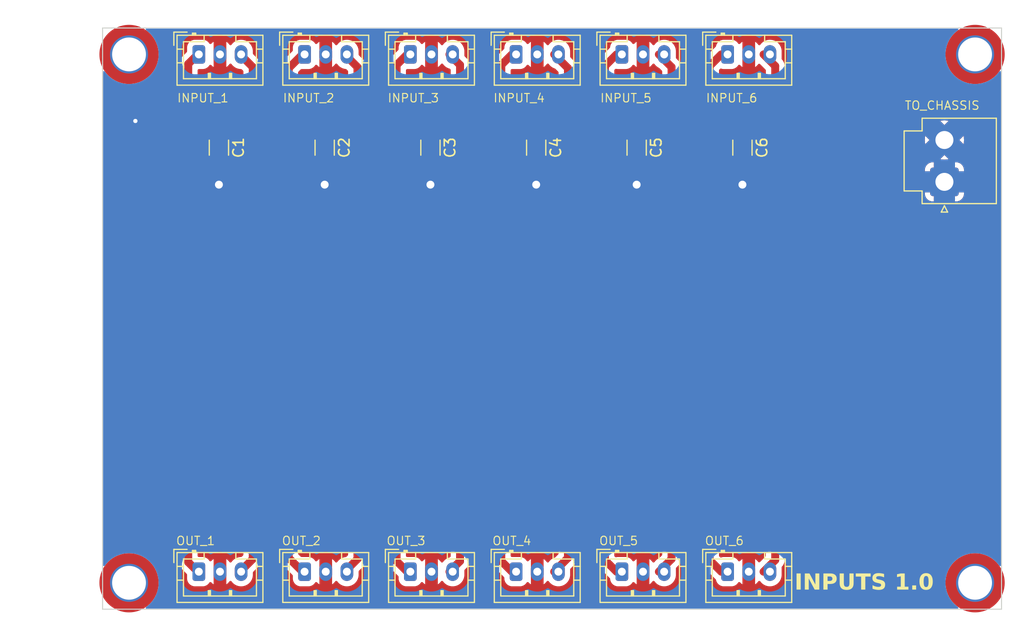
<source format=kicad_pcb>
(kicad_pcb (version 20240108) (generator "pcbnew") (generator_version "8.0")
  (layers (0 "F.Cu" signal) (31 "B.Cu" signal) (34 "B.Paste" user) (35 "F.Paste" user) (36 "B.SilkS" user "B.Silkscreen") (37 "F.SilkS" user "F.Silkscreen") (38 "B.Mask" user) (39 "F.Mask" user) (44 "Edge.Cuts" user))
  (net 0 "")
  (net 1 "LEFT_1")
  (net 2 "RIGHT_1")
  (net 3 "GND_1")
  (net 4 "GND_4")
  (net 5 "LEFT_4")
  (net 6 "RIGHT_4")
  (net 7 "GND_2")
  (net 8 "RIGHT_2")
  (net 9 "LEFT_2")
  (net 10 "GND_5")
  (net 11 "LEFT_5")
  (net 12 "RIGHT_5")
  (net 13 "LEFT_3")
  (net 14 "RIGHT_3")
  (net 15 "GND_3")
  (net 16 "GND_6")
  (net 17 "RIGHT_6")
  (net 18 "LEFT_6")
  (net 19 "PGND")
  (footprint "Connector_JST:JST_PH_B3B-PH-K_1x03_P2.00mm_Vertical" (layer "F.Cu") (at 145 66)
    (property "Reference" "J6" (hide yes))
    (property "Value" "Conn_01x03_Pin")
    (pad "1" thru_hole roundrect (at 0 0) (size 1.2 1.75) (drill 0.75) (layers "*.Cu" "*.Mask") (roundrect_rratio 0.208333) (net 18 "LEFT_6"))
    (pad "2" thru_hole oval (at 2 0) (size 1.2 1.75) (drill 0.75) (layers "*.Cu" "*.Mask") (net 16 "GND_6"))
    (pad "3" thru_hole oval (at 4 0) (size 1.2 1.75) (drill 0.75) (layers "*.Cu" "*.Mask") (net 17 "RIGHT_6"))
  )
  (footprint "MountingHole:MountingHole_3.2mm_M3_DIN965_Pad_TopOnly" (layer "F.Cu") (at 88.4 66 90)
    (property "Reference" "H1" (hide yes))
    (property "Value" "MountingHole")
    (pad "1" thru_hole circle (at 0 0 90) (size 3.6 3.6) (drill 3.2) (layers "*.Cu" "*.Mask"))
    (pad "1" connect circle (at 0 0 90) (size 5.6 5.6) (layers "F.Cu" "F.Mask"))
  )
  (footprint "MountingHole:MountingHole_3.2mm_M3_DIN965_Pad_TopOnly" (layer "F.Cu") (at 88.4 116 90)
    (property "Reference" "H3" (hide yes))
    (property "Value" "MountingHole")
    (pad "1" thru_hole circle (at 0 0 90) (size 3.6 3.6) (drill 3.2) (layers "*.Cu" "*.Mask"))
    (pad "1" connect circle (at 0 0 90) (size 5.6 5.6) (layers "F.Cu" "F.Mask"))
  )
  (footprint "Connector_JST:JST_PH_B3B-PH-K_1x03_P2.00mm_Vertical" (layer "F.Cu") (at 135 66)
    (property "Reference" "J4" (hide yes))
    (property "Value" "Conn_01x03_Pin")
    (pad "1" thru_hole roundrect (at 0 0) (size 1.2 1.75) (drill 0.75) (layers "*.Cu" "*.Mask") (roundrect_rratio 0.208333) (net 11 "LEFT_5"))
    (pad "2" thru_hole oval (at 2 0) (size 1.2 1.75) (drill 0.75) (layers "*.Cu" "*.Mask") (net 10 "GND_5"))
    (pad "3" thru_hole oval (at 4 0) (size 1.2 1.75) (drill 0.75) (layers "*.Cu" "*.Mask") (net 12 "RIGHT_5"))
  )
  (footprint "MountingHole:MountingHole_3.2mm_M3_DIN965_Pad_TopOnly" (layer "F.Cu") (at 168.4 66 90)
    (property "Reference" "H2" (hide yes))
    (property "Value" "MountingHole")
    (pad "1" thru_hole circle (at 0 0 90) (size 3.6 3.6) (drill 3.2) (layers "*.Cu" "*.Mask"))
    (pad "1" connect circle (at 0 0 90) (size 5.6 5.6) (layers "F.Cu" "F.Mask"))
  )
  (footprint "Connector_JST:JST_PH_B3B-PH-K_1x03_P2.00mm_Vertical" (layer "F.Cu") (at 105 66)
    (property "Reference" "J3" (hide yes))
    (property "Value" "Conn_01x03_Pin")
    (pad "1" thru_hole roundrect (at 0 0) (size 1.2 1.75) (drill 0.75) (layers "*.Cu" "*.Mask") (roundrect_rratio 0.208333) (net 9 "LEFT_2"))
    (pad "2" thru_hole oval (at 2 0) (size 1.2 1.75) (drill 0.75) (layers "*.Cu" "*.Mask") (net 7 "GND_2"))
    (pad "3" thru_hole oval (at 4 0) (size 1.2 1.75) (drill 0.75) (layers "*.Cu" "*.Mask") (net 8 "RIGHT_2"))
  )
  (footprint "Connector_JST:JST_PH_B3B-PH-K_1x03_P2.00mm_Vertical" (layer "F.Cu") (at 145 114.95)
    (property "Reference" "J12" (hide yes))
    (property "Value" "Conn_01x03_Pin")
    (pad "1" thru_hole roundrect (at 0 0) (size 1.2 1.75) (drill 0.75) (layers "*.Cu" "*.Mask") (roundrect_rratio 0.208333) (net 18 "LEFT_6"))
    (pad "2" thru_hole oval (at 2 0) (size 1.2 1.75) (drill 0.75) (layers "*.Cu" "*.Mask") (net 16 "GND_6"))
    (pad "3" thru_hole oval (at 4 0) (size 1.2 1.75) (drill 0.75) (layers "*.Cu" "*.Mask") (net 17 "RIGHT_6"))
  )
  (footprint "Capacitor_SMD:C_1206_3216Metric" (layer "F.Cu") (at 136.4 74.825 -90)
    (property "Reference" "C5" (at 0 -1.85 90) (layer "F.SilkS"))
    (property "Value" "0.1u 100V")
    (pad "1" smd roundrect (at -1.475 0 270) (size 1.15 1.8) (layers "F.Cu" "F.Paste" "F.Mask") (roundrect_rratio 0.217391) (net 10 "GND_5"))
    (pad "2" smd roundrect (at 1.475 0 270) (size 1.15 1.8) (layers "F.Cu" "F.Paste" "F.Mask") (roundrect_rratio 0.217391) (net 19 "PGND"))
  )
  (footprint "Connector_JST:JST_PH_B3B-PH-K_1x03_P2.00mm_Vertical" (layer "F.Cu") (at 125 66)
    (property "Reference" "J2" (hide yes))
    (property "Value" "Conn_01x03_Pin")
    (pad "1" thru_hole roundrect (at 0 0) (size 1.2 1.75) (drill 0.75) (layers "*.Cu" "*.Mask") (roundrect_rratio 0.208333) (net 5 "LEFT_4"))
    (pad "2" thru_hole oval (at 2 0) (size 1.2 1.75) (drill 0.75) (layers "*.Cu" "*.Mask") (net 4 "GND_4"))
    (pad "3" thru_hole oval (at 4 0) (size 1.2 1.75) (drill 0.75) (layers "*.Cu" "*.Mask") (net 6 "RIGHT_4"))
  )
  (footprint "Capacitor_SMD:C_1206_3216Metric" (layer "F.Cu") (at 106.9 74.825 -90)
    (property "Reference" "C2" (at 0 -1.85 90) (layer "F.SilkS"))
    (property "Value" "0.1u 100V")
    (pad "1" smd roundrect (at -1.475 0 270) (size 1.15 1.8) (layers "F.Cu" "F.Paste" "F.Mask") (roundrect_rratio 0.217391) (net 7 "GND_2"))
    (pad "2" smd roundrect (at 1.475 0 270) (size 1.15 1.8) (layers "F.Cu" "F.Paste" "F.Mask") (roundrect_rratio 0.217391) (net 19 "PGND"))
  )
  (footprint "Connector_JST:JST_PH_B3B-PH-K_1x03_P2.00mm_Vertical" (layer "F.Cu") (at 125 114.95)
    (property "Reference" "J10" (hide yes))
    (property "Value" "Conn_01x03_Pin")
    (pad "1" thru_hole roundrect (at 0 0) (size 1.2 1.75) (drill 0.75) (layers "*.Cu" "*.Mask") (roundrect_rratio 0.208333) (net 5 "LEFT_4"))
    (pad "2" thru_hole oval (at 2 0) (size 1.2 1.75) (drill 0.75) (layers "*.Cu" "*.Mask") (net 4 "GND_4"))
    (pad "3" thru_hole oval (at 4 0) (size 1.2 1.75) (drill 0.75) (layers "*.Cu" "*.Mask") (net 6 "RIGHT_4"))
  )
  (footprint "Capacitor_SMD:C_1206_3216Metric" (layer "F.Cu") (at 126.9 74.825 -90)
    (property "Reference" "C4" (at 0 -1.85 90) (layer "F.SilkS"))
    (property "Value" "0.1u 100V")
    (pad "1" smd roundrect (at -1.475 0 270) (size 1.15 1.8) (layers "F.Cu" "F.Paste" "F.Mask") (roundrect_rratio 0.217391) (net 4 "GND_4"))
    (pad "2" smd roundrect (at 1.475 0 270) (size 1.15 1.8) (layers "F.Cu" "F.Paste" "F.Mask") (roundrect_rratio 0.217391) (net 19 "PGND"))
  )
  (footprint "Connector_JST:JST_PH_B3B-PH-K_1x03_P2.00mm_Vertical" (layer "F.Cu") (at 115 66)
    (property "Reference" "J5" (hide yes))
    (property "Value" "Conn_01x03_Pin")
    (pad "1" thru_hole roundrect (at 0 0) (size 1.2 1.75) (drill 0.75) (layers "*.Cu" "*.Mask") (roundrect_rratio 0.208333) (net 13 "LEFT_3"))
    (pad "2" thru_hole oval (at 2 0) (size 1.2 1.75) (drill 0.75) (layers "*.Cu" "*.Mask") (net 15 "GND_3"))
    (pad "3" thru_hole oval (at 4 0) (size 1.2 1.75) (drill 0.75) (layers "*.Cu" "*.Mask") (net 14 "RIGHT_3"))
  )
  (footprint "Capacitor_SMD:C_1206_3216Metric" (layer "F.Cu") (at 116.9 74.825 -90)
    (property "Reference" "C3" (at 0 -1.85 90) (layer "F.SilkS"))
    (property "Value" "0.1u 100V")
    (pad "1" smd roundrect (at -1.475 0 270) (size 1.15 1.8) (layers "F.Cu" "F.Paste" "F.Mask") (roundrect_rratio 0.217391) (net 15 "GND_3"))
    (pad "2" smd roundrect (at 1.475 0 270) (size 1.15 1.8) (layers "F.Cu" "F.Paste" "F.Mask") (roundrect_rratio 0.217391) (net 19 "PGND"))
  )
  (footprint "Capacitor_SMD:C_1206_3216Metric" (layer "F.Cu") (at 96.9 74.825 -90)
    (property "Reference" "C1" (at 0 -1.85 90) (layer "F.SilkS"))
    (property "Value" "0.1u 100V")
    (pad "1" smd roundrect (at -1.475 0 270) (size 1.15 1.8) (layers "F.Cu" "F.Paste" "F.Mask") (roundrect_rratio 0.217391) (net 3 "GND_1"))
    (pad "2" smd roundrect (at 1.475 0 270) (size 1.15 1.8) (layers "F.Cu" "F.Paste" "F.Mask") (roundrect_rratio 0.217391) (net 19 "PGND"))
  )
  (footprint "Connector_JST:JST_PH_B3B-PH-K_1x03_P2.00mm_Vertical" (layer "F.Cu") (at 135 114.95)
    (property "Reference" "J11" (hide yes))
    (property "Value" "Conn_01x03_Pin")
    (pad "1" thru_hole roundrect (at 0 0) (size 1.2 1.75) (drill 0.75) (layers "*.Cu" "*.Mask") (roundrect_rratio 0.208333) (net 11 "LEFT_5"))
    (pad "2" thru_hole oval (at 2 0) (size 1.2 1.75) (drill 0.75) (layers "*.Cu" "*.Mask") (net 10 "GND_5"))
    (pad "3" thru_hole oval (at 4 0) (size 1.2 1.75) (drill 0.75) (layers "*.Cu" "*.Mask") (net 12 "RIGHT_5"))
  )
  (footprint "Connector_JST:JST_PH_B3B-PH-K_1x03_P2.00mm_Vertical" (layer "F.Cu") (at 115 114.95)
    (property "Reference" "J9" (hide yes))
    (property "Value" "Conn_01x03_Pin")
    (pad "1" thru_hole roundrect (at 0 0) (size 1.2 1.75) (drill 0.75) (layers "*.Cu" "*.Mask") (roundrect_rratio 0.208333) (net 13 "LEFT_3"))
    (pad "2" thru_hole oval (at 2 0) (size 1.2 1.75) (drill 0.75) (layers "*.Cu" "*.Mask") (net 15 "GND_3"))
    (pad "3" thru_hole oval (at 4 0) (size 1.2 1.75) (drill 0.75) (layers "*.Cu" "*.Mask") (net 14 "RIGHT_3"))
  )
  (footprint "MountingHole:MountingHole_3.2mm_M3_DIN965_Pad_TopOnly" (layer "F.Cu") (at 168.4 116 90)
    (property "Reference" "H4" (hide yes))
    (property "Value" "MountingHole")
    (pad "1" thru_hole circle (at 0 0 90) (size 3.6 3.6) (drill 3.2) (layers "*.Cu" "*.Mask"))
    (pad "1" connect circle (at 0 0 90) (size 5.6 5.6) (layers "F.Cu" "F.Mask"))
  )
  (footprint "Connector_JST:JST_PH_B3B-PH-K_1x03_P2.00mm_Vertical" (layer "F.Cu") (at 105 114.95)
    (property "Reference" "J8" (hide yes))
    (property "Value" "Conn_01x03_Pin")
    (pad "1" thru_hole roundrect (at 0 0) (size 1.2 1.75) (drill 0.75) (layers "*.Cu" "*.Mask") (roundrect_rratio 0.208333) (net 9 "LEFT_2"))
    (pad "2" thru_hole oval (at 2 0) (size 1.2 1.75) (drill 0.75) (layers "*.Cu" "*.Mask") (net 7 "GND_2"))
    (pad "3" thru_hole oval (at 4 0) (size 1.2 1.75) (drill 0.75) (layers "*.Cu" "*.Mask") (net 8 "RIGHT_2"))
  )
  (footprint "Connector_JST:JST_PH_B3B-PH-K_1x03_P2.00mm_Vertical" (layer "F.Cu") (at 95 66)
    (property "Reference" "J1" (hide yes))
    (property "Value" "Conn_01x03_Pin")
    (pad "1" thru_hole roundrect (at 0 0) (size 1.2 1.75) (drill 0.75) (layers "*.Cu" "*.Mask") (roundrect_rratio 0.208333) (net 1 "LEFT_1"))
    (pad "2" thru_hole oval (at 2 0) (size 1.2 1.75) (drill 0.75) (layers "*.Cu" "*.Mask") (net 3 "GND_1"))
    (pad "3" thru_hole oval (at 4 0) (size 1.2 1.75) (drill 0.75) (layers "*.Cu" "*.Mask") (net 2 "RIGHT_1"))
  )
  (footprint "Connector_JST:JST_PH_B3B-PH-K_1x03_P2.00mm_Vertical" (layer "F.Cu") (at 95 114.95)
    (property "Reference" "J7" (hide yes))
    (property "Value" "Conn_01x03_Pin")
    (pad "1" thru_hole roundrect (at 0 0) (size 1.2 1.75) (drill 0.75) (layers "*.Cu" "*.Mask") (roundrect_rratio 0.208333) (net 1 "LEFT_1"))
    (pad "2" thru_hole oval (at 2 0) (size 1.2 1.75) (drill 0.75) (layers "*.Cu" "*.Mask") (net 3 "GND_1"))
    (pad "3" thru_hole oval (at 4 0) (size 1.2 1.75) (drill 0.75) (layers "*.Cu" "*.Mask") (net 2 "RIGHT_1"))
  )
  (footprint "Connector_JST:JST_VH_B2P-VH-B_1x02_P3.96mm_Vertical" (layer "F.Cu") (at 165.5 78.06 90)
    (property "Reference" "J13" (hide yes))
    (property "Value" "Conn_01x02_Pin")
    (pad "1" thru_hole roundrect (at 0 0 90) (size 2.7 2.7) (drill 1.7) (layers "*.Cu" "*.Mask") (roundrect_rratio 0.092593) (net 19 "PGND"))
    (pad "2" thru_hole circle (at 3.96 0 90) (size 2.7 2.7) (drill 1.7) (layers "*.Cu" "*.Mask") (net 19 "PGND"))
  )
  (footprint "Capacitor_SMD:C_1206_3216Metric" (layer "F.Cu") (at 146.4 74.825 -90)
    (property "Reference" "C6" (at 0 -1.85 90) (layer "F.SilkS"))
    (property "Value" "0.1u 100V")
    (pad "1" smd roundrect (at -1.475 0 270) (size 1.15 1.8) (layers "F.Cu" "F.Paste" "F.Mask") (roundrect_rratio 0.217391) (net 16 "GND_6"))
    (pad "2" smd roundrect (at 1.475 0 270) (size 1.15 1.8) (layers "F.Cu" "F.Paste" "F.Mask") (roundrect_rratio 0.217391) (net 19 "PGND"))
  )
  (gr_line (start 170.9 63.5) (end 170.9 118.5) (stroke (width 0.1)) (layer "Edge.Cuts"))
  (gr_line (start 170.9 118.5) (end 85.9 118.5) (stroke (width 0.1)) (layer "Edge.Cuts"))
  (gr_line (start 85.9 118.5) (end 85.9 63.5) (stroke (width 0.1)) (layer "Edge.Cuts"))
  (gr_line (start 85.9 63.5) (end 170.9 63.5) (stroke (width 0.1)) (layer "Edge.Cuts"))
  (gr_text "OUT_6" (at 142.8 112.5 0) (layer "F.SilkS") (effects (font (size 0.8 0.8) (thickness 0.1)) (justify left bottom)))
  (gr_text "OUT_1" (at 92.8 112.5 0) (layer "F.SilkS") (effects (font (size 0.8 0.8) (thickness 0.1)) (justify left bottom)))
  (gr_text "TO_CHASSIS" (at 161.7 71.3025 0) (layer "F.SilkS") (effects (font (size 0.8 0.8) (thickness 0.1)) (justify left bottom)))
  (gr_text "OUT_2" (at 102.8 112.5 0) (layer "F.SilkS") (effects (font (size 0.8 0.8) (thickness 0.1)) (justify left bottom)))
  (gr_text "INPUT_6" (at 142.9 70.6 0) (layer "F.SilkS") (effects (font (size 0.8 0.8) (thickness 0.1)) (justify left bottom)))
  (gr_text "OUT_4" (at 122.7 112.5 0) (layer "F.SilkS") (effects (font (size 0.8 0.8) (thickness 0.1)) (justify left bottom)))
  (gr_text "INPUT_1" (at 92.9 70.6 0) (layer "F.SilkS") (effects (font (size 0.8 0.8) (thickness 0.1)) (justify left bottom)))
  (gr_text "OUT_5" (at 132.8 112.5 0) (layer "F.SilkS") (effects (font (size 0.8 0.8) (thickness 0.1)) (justify left bottom)))
  (gr_text "OUT_3" (at 112.7 112.5 0) (layer "F.SilkS") (effects (font (size 0.8 0.8) (thickness 0.1)) (justify left bottom)))
  (gr_text "INPUTS 1.0" (at 164.5 116.9 0) (layer "F.SilkS") (effects (font (size 1.5 1.5) (thickness 0.2) (bold yes)) (justify right bottom)))
  (gr_text "INPUT_3" (at 112.8 70.6 0) (layer "F.SilkS") (effects (font (size 0.8 0.8) (thickness 0.1)) (justify left bottom)))
  (gr_text "INPUT_5" (at 132.9 70.6 0) (layer "F.SilkS") (effects (font (size 0.8 0.8) (thickness 0.1)) (justify left bottom)))
  (gr_text "INPUT_4" (at 122.8 70.6 0) (layer "F.SilkS") (effects (font (size 0.8 0.8) (thickness 0.1)) (justify left bottom)))
  (gr_text "INPUT_2\n" (at 102.9 70.6 0) (layer "F.SilkS") (effects (font (size 0.8 0.8) (thickness 0.1)) (justify left bottom)))
  (segment (start 94 66.9) (end 94 114.05) (width 0.75) (layer "F.Cu") (net 1))
  (segment (start 94 114.05) (end 94.9 114.95) (width 0.75) (layer "F.Cu") (net 1))
  (segment (start 94.9 66) (end 94 66.9) (width 0.75) (layer "F.Cu") (net 1))
  (segment (start 100.1 113.75) (end 98.9 114.95) (width 0.75) (layer "F.Cu") (net 2))
  (segment (start 98.9 66) (end 100.1 67.2) (width 0.75) (layer "F.Cu") (net 2))
  (segment (start 100.1 67.2) (end 100.1 113.75) (width 0.75) (layer "F.Cu") (net 2))
  (segment (start 123.6 67) (end 123.6 113.95) (width 0.75) (layer "F.Cu") (net 5))
  (segment (start 124.6 66) (end 123.6 67) (width 0.75) (layer "F.Cu") (net 5))
  (segment (start 123.6 113.95) (end 124.6 114.95) (width 0.75) (layer "F.Cu") (net 5))
  (segment (start 128.6 66) (end 129.9 67.3) (width 0.75) (layer "F.Cu") (net 6))
  (segment (start 129.9 67.3) (end 129.9 113.65) (width 0.75) (layer "F.Cu") (net 6))
  (segment (start 129.9 113.65) (end 128.6 114.95) (width 0.75) (layer "F.Cu") (net 6))
  (segment (start 108.8 66) (end 110 67.2) (width 0.75) (layer "F.Cu") (net 8))
  (segment (start 110 67.2) (end 110 113.75) (width 0.75) (layer "F.Cu") (net 8))
  (segment (start 110 113.75) (end 108.8 114.95) (width 0.75) (layer "F.Cu") (net 8))
  (segment (start 104.8 66) (end 103.5 67.3) (width 0.75) (layer "F.Cu") (net 9))
  (segment (start 103.5 67.3) (end 103.5 113.65) (width 0.75) (layer "F.Cu") (net 9))
  (segment (start 103.5 113.65) (end 104.8 114.95) (width 0.75) (layer "F.Cu") (net 9))
  (segment (start 133.4 113.85) (end 134.5 114.95) (width 0.75) (layer "F.Cu") (net 11))
  (segment (start 134.5 66) (end 133.4 67.1) (width 0.75) (layer "F.Cu") (net 11))
  (segment (start 133.4 67.1) (end 133.4 113.85) (width 0.75) (layer "F.Cu") (net 11))
  (segment (start 139.7 67.2) (end 139.7 113.75) (width 0.75) (layer "F.Cu") (net 12))
  (segment (start 139.7 113.75) (end 138.5 114.95) (width 0.75) (layer "F.Cu") (net 12))
  (segment (start 138.5 66) (end 139.7 67.2) (width 0.75) (layer "F.Cu") (net 12))
  (segment (start 113.7 67) (end 113.7 113.95) (width 0.75) (layer "F.Cu") (net 13))
  (segment (start 113.7 113.95) (end 114.7 114.95) (width 0.75) (layer "F.Cu") (net 13))
  (segment (start 114.7 66) (end 113.7 67) (width 0.75) (layer "F.Cu") (net 13))
  (segment (start 119.7 113.95) (end 118.7 114.95) (width 0.75) (layer "F.Cu") (net 14))
  (segment (start 118.7 66) (end 119.7 67) (width 0.75) (layer "F.Cu") (net 14))
  (segment (start 119.7 67) (end 119.7 113.95) (width 0.75) (layer "F.Cu") (net 14))
  (segment (start 149.5 113.85) (end 148.4 114.95) (width 0.75) (layer "F.Cu") (net 17))
  (segment (start 149.5 67.1) (end 149.5 113.85) (width 0.75) (layer "F.Cu") (net 17))
  (segment (start 148.4 66) (end 149.5 67.1) (width 0.75) (layer "F.Cu") (net 17))
  (segment (start 144.4 66) (end 143.3 67.1) (width 0.75) (layer "F.Cu") (net 18))
  (segment (start 143.3 67.1) (end 143.3 113.85) (width 0.75) (layer "F.Cu") (net 18))
  (segment (start 143.3 113.85) (end 144.4 114.95) (width 0.75) (layer "F.Cu") (net 18))
  (segment (start 146.4 76.3) (end 146.4 78.325) (width 0.75) (layer "F.Cu") (net 19))
  (segment (start 126.9 76.3) (end 126.9 78.325) (width 0.75) (layer "F.Cu") (net 19))
  (segment (start 116.9 76.3) (end 116.9 78.325) (width 0.75) (layer "F.Cu") (net 19))
  (segment (start 96.9 76.3) (end 96.9 78.325) (width 0.75) (layer "F.Cu") (net 19))
  (segment (start 136.4 76.3) (end 136.4 78.325) (width 0.75) (layer "F.Cu") (net 19))
  (segment (start 106.9 76.3) (end 106.9 78.325) (width 0.75) (layer "F.Cu") (net 19))
  (via (at 106.9 78.325) (size 1.5) (drill 0.75) (layers "F.Cu" "B.Cu") (net 19))
  (via (at 126.9 78.325) (size 1.5) (drill 0.75) (layers "F.Cu" "B.Cu") (net 19))
  (via (at 116.9 78.325) (size 1.5) (drill 0.75) (layers "F.Cu" "B.Cu") (net 19))
  (via (at 146.4 78.325) (size 1.5) (drill 0.75) (layers "F.Cu" "B.Cu") (net 19))
  (via (at 136.4 78.325) (size 1.5) (drill 0.75) (layers "F.Cu" "B.Cu") (net 19))
  (via (at 89 72.3) (size 0.8) (drill 0.4) (layers "F.Cu" "B.Cu") (net 19))
  (via (at 96.9 78.325) (size 1.5) (drill 0.75) (layers "F.Cu" "B.Cu") (net 19))
  (zone (net 10) (net_name "GND_5") (layer "F.Cu") (priority 1) (connect_pads (clearance 0.508)) (min_thickness 0.25) (fill yes (thermal_gap 0.5) (thermal_bridge_width 2) (smoothing fillet) (radius 1))
    (polygon (pts (xy 131.5 63) (xy 141 63) (xy 141 121) (xy 141.5 120.5) (xy 132 120.5) (xy 132 62.5)))
  )
  (zone (net 7) (net_name "GND_2") (layer "F.Cu") (priority 1) (connect_pads (clearance 0.508)) (min_thickness 0.25) (fill yes (thermal_gap 0.5) (thermal_bridge_width 2) (smoothing fillet) (radius 1))
    (polygon (pts (xy 101.8 63) (xy 111.3 63) (xy 111.3 121) (xy 111.8 120.5) (xy 102.3 120.5) (xy 102.3 62.5)))
  )
  (zone (net 3) (net_name "GND_1") (layer "F.Cu") (priority 1) (connect_pads (clearance 0.508)) (min_thickness 0.25) (fill yes (thermal_gap 0.5) (thermal_bridge_width 2) (smoothing fillet) (radius 1))
    (polygon (pts (xy 91.9 63) (xy 101.4 63) (xy 101.4 121) (xy 101.9 120.5) (xy 92.4 120.5) (xy 92.4 62.5)))
  )
  (zone (net 15) (net_name "GND_3") (layer "F.Cu") (priority 1) (connect_pads (clearance 0.508)) (min_thickness 0.25) (fill yes (thermal_gap 0.5) (thermal_bridge_width 2) (smoothing fillet) (radius 1))
    (polygon (pts (xy 111.7 63) (xy 121.2 63) (xy 121.2 121) (xy 121.7 120.5) (xy 112.2 120.5) (xy 112.2 62.5)))
  )
  (zone (net 4) (net_name "GND_4") (layer "F.Cu") (priority 1) (connect_pads (clearance 0.508)) (min_thickness 0.25) (fill yes (thermal_gap 0.5) (thermal_bridge_width 2) (smoothing fillet) (radius 1))
    (polygon (pts (xy 121.6 63) (xy 131.1 63) (xy 131.1 121) (xy 131.6 120.5) (xy 122.1 120.5) (xy 122.1 62.5)))
  )
  (zone (net 16) (net_name "GND_6") (layer "F.Cu") (priority 1) (connect_pads (clearance 0.508)) (min_thickness 0.25) (fill yes (thermal_gap 0.5) (thermal_bridge_width 2) (smoothing fillet) (radius 1))
    (polygon (pts (xy 141.4 63) (xy 150.9 63) (xy 150.9 121) (xy 151.4 120.5) (xy 141.9 120.5) (xy 141.9 62.5)))
  )
  (zone (net 19) (net_name "PGND") (layers "F&B.Cu") (connect_pads (clearance 1)) (min_thickness 0.25) (fill yes (thermal_gap 0.5) (thermal_bridge_width 2) (smoothing fillet) (radius 1))
    (polygon (pts (xy 164.9 62.9) (xy 171.3 62.9) (xy 171.3 112) (xy 172.5 111.9) (xy 171.2 111.9) (xy 171 119.345584) (xy 171 119.6) (xy 92.2 119.6) (xy 92.2 120.2) (xy 76.2 120.2) (xy 84.2 112.2) (xy 84.2 70) (xy 84.1 70) (xy 84.1 67.8) (xy 84.1 62.2) (xy 91.6 62.6) (xy 165 62.6)))
  )
)
</source>
